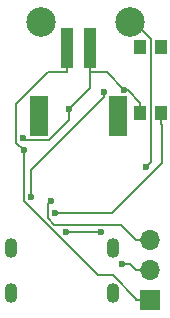
<source format=gbl>
G04 #@! TF.GenerationSoftware,KiCad,Pcbnew,8.0.1*
G04 #@! TF.CreationDate,2024-12-14T14:03:44-06:00*
G04 #@! TF.ProjectId,SD_ProtoBoard,53445f50-726f-4746-9f42-6f6172642e6b,rev?*
G04 #@! TF.SameCoordinates,Original*
G04 #@! TF.FileFunction,Copper,L2,Bot*
G04 #@! TF.FilePolarity,Positive*
%FSLAX46Y46*%
G04 Gerber Fmt 4.6, Leading zero omitted, Abs format (unit mm)*
G04 Created by KiCad (PCBNEW 8.0.1) date 2024-12-14 14:03:44*
%MOMM*%
%LPD*%
G01*
G04 APERTURE LIST*
G04 #@! TA.AperFunction,ComponentPad*
%ADD10C,2.500000*%
G04 #@! TD*
G04 #@! TA.AperFunction,ComponentPad*
%ADD11O,1.100000X1.700000*%
G04 #@! TD*
G04 #@! TA.AperFunction,ComponentPad*
%ADD12R,1.700000X1.700000*%
G04 #@! TD*
G04 #@! TA.AperFunction,ComponentPad*
%ADD13O,1.700000X1.700000*%
G04 #@! TD*
G04 #@! TA.AperFunction,SMDPad,CuDef*
%ADD14R,1.000000X1.200000*%
G04 #@! TD*
G04 #@! TA.AperFunction,SMDPad,CuDef*
%ADD15R,1.000000X3.500000*%
G04 #@! TD*
G04 #@! TA.AperFunction,SMDPad,CuDef*
%ADD16R,1.500000X3.400000*%
G04 #@! TD*
G04 #@! TA.AperFunction,ViaPad*
%ADD17C,0.600000*%
G04 #@! TD*
G04 #@! TA.AperFunction,Conductor*
%ADD18C,0.200000*%
G04 #@! TD*
G04 APERTURE END LIST*
D10*
G04 #@! TO.P,X1,1*
G04 #@! TO.N,Net-(IC2-OUTP)*
X135870000Y-93350000D03*
G04 #@! TO.P,X1,2*
G04 #@! TO.N,Net-(IC2-OUTN)*
X143370000Y-93350000D03*
G04 #@! TD*
D11*
G04 #@! TO.P,J3,S1,SHIELD*
G04 #@! TO.N,unconnected-(J3-SHIELD-PadS1)_0*
X133270000Y-112530000D03*
G04 #@! TO.N,unconnected-(J3-SHIELD-PadS1)_2*
X133270000Y-116330000D03*
G04 #@! TO.N,unconnected-(J3-SHIELD-PadS1)_1*
X141910000Y-112530000D03*
G04 #@! TO.N,unconnected-(J3-SHIELD-PadS1)*
X141910000Y-116330000D03*
G04 #@! TD*
D12*
G04 #@! TO.P,J1,1,Pin_1*
G04 #@! TO.N,/VBAT*
X145080000Y-116940000D03*
D13*
G04 #@! TO.P,J1,2,Pin_2*
G04 #@! TO.N,GND*
X145080000Y-114400000D03*
G04 #@! TO.P,J1,3,Pin_3*
G04 #@! TO.N,/UPDI*
X145080000Y-111860000D03*
G04 #@! TD*
D14*
G04 #@! TO.P,S1,4,NO_2*
G04 #@! TO.N,unconnected-(S1-NO_2-Pad4)*
X145970000Y-95500000D03*
G04 #@! TO.P,S1,3,COM_2*
G04 #@! TO.N,unconnected-(S1-COM_2-Pad3)*
X144270000Y-95500000D03*
G04 #@! TO.P,S1,2,NO_1*
G04 #@! TO.N,Net-(IC1-PA2)*
X145970000Y-101100000D03*
G04 #@! TO.P,S1,1,COM_1*
G04 #@! TO.N,GND*
X144270000Y-101100000D03*
G04 #@! TD*
D15*
G04 #@! TO.P,J4,1,1*
G04 #@! TO.N,GND*
X140010000Y-95560000D03*
G04 #@! TO.P,J4,2,2*
G04 #@! TO.N,/VBAT*
X138010000Y-95560000D03*
D16*
G04 #@! TO.P,J4,MP1,MP1*
G04 #@! TO.N,unconnected-(J4-PadMP1)*
X142360000Y-101310000D03*
G04 #@! TO.P,J4,MP2,MP2*
G04 #@! TO.N,unconnected-(J4-PadMP2)*
X135660000Y-101310000D03*
G04 #@! TD*
D17*
G04 #@! TO.N,/UPDI*
X136670000Y-108510000D03*
G04 #@! TO.N,Net-(J3-CC1)*
X137921300Y-111172100D03*
X140934600Y-111149800D03*
G04 #@! TO.N,/VBAT*
X134387400Y-104246800D03*
G04 #@! TO.N,Net-(IC2-OUTN)*
X144740000Y-105670000D03*
G04 #@! TO.N,Net-(IC1-PA7)*
X134987400Y-108182150D03*
X141196800Y-99299800D03*
G04 #@! TO.N,Net-(IC1-PA2)*
X137010000Y-109528900D03*
G04 #@! TO.N,GND*
X142901600Y-99107600D03*
X142671800Y-113890200D03*
X138228200Y-100779200D03*
X134360500Y-103211200D03*
G04 #@! TD*
D18*
G04 #@! TO.N,Net-(IC2-OUTN)*
X144740000Y-105670000D02*
X145168300Y-105241700D01*
X145168300Y-105241700D02*
X145168300Y-94829500D01*
X145168300Y-94829500D02*
X143688800Y-93350000D01*
X143688800Y-93350000D02*
X143370000Y-93350000D01*
G04 #@! TO.N,Net-(IC1-PA2)*
X137010000Y-109528900D02*
X141853100Y-109528900D01*
X145970000Y-102001700D02*
X145970000Y-101100000D01*
X141853100Y-109528900D02*
X146056200Y-105325800D01*
X146056200Y-105325800D02*
X146056200Y-102087900D01*
X146056200Y-102087900D02*
X145970000Y-102001700D01*
G04 #@! TO.N,/UPDI*
X136410000Y-108770000D02*
X136410000Y-109999014D01*
X142601100Y-110532800D02*
X143928300Y-111860000D01*
X136670000Y-108510000D02*
X136410000Y-108770000D01*
X136410000Y-109999014D02*
X136943786Y-110532800D01*
X136943786Y-110532800D02*
X142601100Y-110532800D01*
X143928300Y-111860000D02*
X145080000Y-111860000D01*
G04 #@! TO.N,Net-(IC1-PA7)*
X134987400Y-108182150D02*
X134987400Y-105933500D01*
X134987400Y-105933500D02*
X141196800Y-99724100D01*
X141196800Y-99724100D02*
X141196800Y-99299800D01*
G04 #@! TO.N,Net-(J3-CC1)*
X140912300Y-111172100D02*
X140934600Y-111149800D01*
X137921300Y-111172100D02*
X140912300Y-111172100D01*
G04 #@! TO.N,/VBAT*
X145080000Y-116940000D02*
X143928300Y-116940000D01*
X133752600Y-103612000D02*
X134387400Y-104246800D01*
X133752600Y-100325900D02*
X133752600Y-103612000D01*
X136466800Y-97611700D02*
X133752600Y-100325900D01*
X138010000Y-97611700D02*
X136466800Y-97611700D01*
X138010000Y-95560000D02*
X138010000Y-97611700D01*
X143928300Y-116829200D02*
X143928300Y-116940000D01*
X141900800Y-114801700D02*
X143928300Y-116829200D01*
X140647000Y-114801700D02*
X141900800Y-114801700D01*
X134387400Y-108542100D02*
X140647000Y-114801700D01*
X134387400Y-104246800D02*
X134387400Y-108542100D01*
G04 #@! TO.N,GND*
X144270000Y-101100000D02*
X144270000Y-100198300D01*
X143179300Y-99107600D02*
X142901600Y-99107600D01*
X144270000Y-100198300D02*
X143179300Y-99107600D01*
X140010000Y-95560000D02*
X140010000Y-97611700D01*
X143418500Y-113890200D02*
X143928300Y-114400000D01*
X142671800Y-113890200D02*
X143418500Y-113890200D01*
X145080000Y-114400000D02*
X143928300Y-114400000D01*
X138228200Y-101648400D02*
X138228200Y-100779200D01*
X136549400Y-103327200D02*
X138228200Y-101648400D01*
X134476500Y-103327200D02*
X136549400Y-103327200D01*
X134360500Y-103211200D02*
X134476500Y-103327200D01*
X141405700Y-97611700D02*
X140010000Y-97611700D01*
X142901600Y-99107600D02*
X141405700Y-97611700D01*
X140010000Y-98997400D02*
X138228200Y-100779200D01*
X140010000Y-97611700D02*
X140010000Y-98997400D01*
G04 #@! TD*
M02*

</source>
